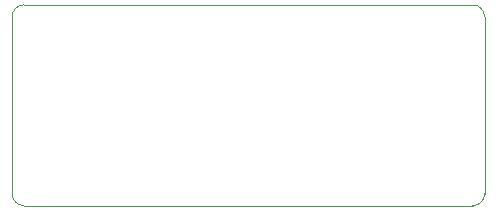
<source format=gbr>
G04 #@! TF.GenerationSoftware,KiCad,Pcbnew,5.1.5+dfsg1-2build2*
G04 #@! TF.CreationDate,2021-10-23T10:29:23-06:00*
G04 #@! TF.ProjectId,power-monitor,706f7765-722d-46d6-9f6e-69746f722e6b,rev?*
G04 #@! TF.SameCoordinates,Original*
G04 #@! TF.FileFunction,Profile,NP*
%FSLAX46Y46*%
G04 Gerber Fmt 4.6, Leading zero omitted, Abs format (unit mm)*
G04 Created by KiCad (PCBNEW 5.1.5+dfsg1-2build2) date 2021-10-23 10:29:23*
%MOMM*%
%LPD*%
G04 APERTURE LIST*
%ADD10C,0.050000*%
G04 APERTURE END LIST*
D10*
X152500000Y-94500000D02*
G75*
G02X151500000Y-95500000I-1000000J0D01*
G01*
X151500000Y-78500000D02*
G75*
G02X152500000Y-79500000I0J-1000000D01*
G01*
X112500000Y-79500000D02*
G75*
G02X113500000Y-78500000I1000000J0D01*
G01*
X113500000Y-95500000D02*
G75*
G02X112500000Y-94500000I0J1000000D01*
G01*
X112500000Y-94500000D02*
X112500000Y-79500000D01*
X151500000Y-95500000D02*
X113500000Y-95500000D01*
X152500000Y-79500000D02*
X152500000Y-94500000D01*
X113500000Y-78500000D02*
X151500000Y-78500000D01*
M02*

</source>
